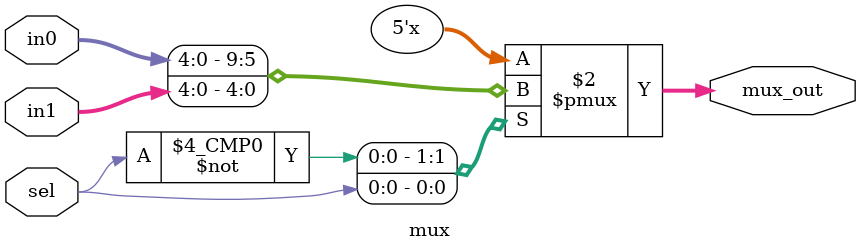
<source format=v>
module mux #(
    parameter WIDTH = 5
)(
    input [WIDTH-1 : 0] in0,
    input [WIDTH-1 : 0] in1,
    input sel,
    output reg [WIDTH-1 : 0] mux_out
);

always @ (*) begin
    case (sel)
        1'b0:
            mux_out = in0;
        1'b1:
            mux_out = in1;
    endcase
end
endmodule
</source>
